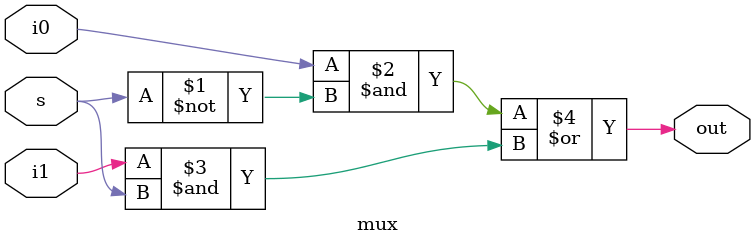
<source format=v>
/*
Computer Architecture Lab 2 - 08-01-2018
	Assignment : Floating Point Adder
	Module : 2b Multiplexer
		-- Eshita Arza	(COE15B013)
		-- Akshay Kumar	(CED15I031)
*/

module mux(i1, i0, s, out);

	input i0, i1, s;
	output out;
	wire out;

	assign out = (i0 & (~s)) | (i1 & s);

endmodule // mux
</source>
